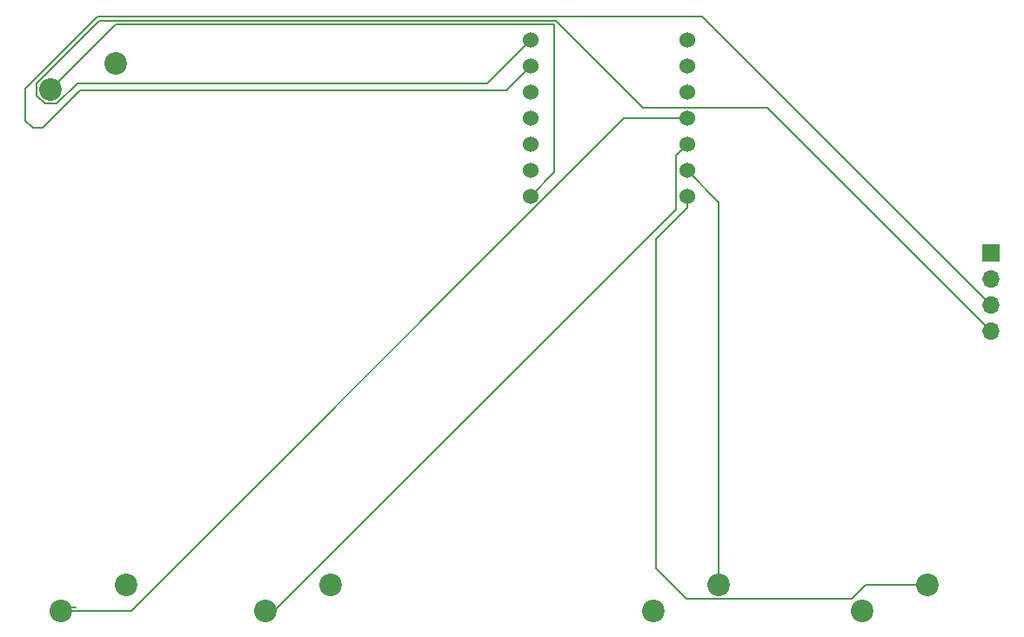
<source format=gbr>
%TF.GenerationSoftware,KiCad,Pcbnew,9.0.6*%
%TF.CreationDate,2025-12-12T19:01:35-05:00*%
%TF.ProjectId,Macropad,4d616372-6f70-4616-942e-6b696361645f,rev?*%
%TF.SameCoordinates,Original*%
%TF.FileFunction,Copper,L2,Bot*%
%TF.FilePolarity,Positive*%
%FSLAX46Y46*%
G04 Gerber Fmt 4.6, Leading zero omitted, Abs format (unit mm)*
G04 Created by KiCad (PCBNEW 9.0.6) date 2025-12-12 19:01:35*
%MOMM*%
%LPD*%
G01*
G04 APERTURE LIST*
%TA.AperFunction,ComponentPad*%
%ADD10C,2.200000*%
%TD*%
%TA.AperFunction,ComponentPad*%
%ADD11R,1.700000X1.700000*%
%TD*%
%TA.AperFunction,ComponentPad*%
%ADD12O,1.700000X1.700000*%
%TD*%
%TA.AperFunction,ComponentPad*%
%ADD13C,1.524000*%
%TD*%
%TA.AperFunction,Conductor*%
%ADD14C,0.200000*%
%TD*%
G04 APERTURE END LIST*
D10*
%TO.P,SW1,1,1*%
%TO.N,Net-(U1-GPIO3{slash}MOSI)*%
X89380000Y-128080000D03*
%TO.P,SW1,2,2*%
%TO.N,GND*%
X95730000Y-125540000D03*
%TD*%
%TO.P,SW2,1,1*%
%TO.N,Net-(U1-GPIO4{slash}MISO)*%
X109300000Y-128080000D03*
%TO.P,SW2,2,2*%
%TO.N,GND*%
X115650000Y-125540000D03*
%TD*%
D11*
%TO.P,J1,1,Pin_1*%
%TO.N,GND*%
X179900000Y-93200000D03*
D12*
%TO.P,J1,2,Pin_2*%
%TO.N,+5V*%
X179900000Y-95740000D03*
%TO.P,J1,3,Pin_3*%
%TO.N,Net-(J1-Pin_3)*%
X179900000Y-98280000D03*
%TO.P,J1,4,Pin_4*%
%TO.N,Net-(J1-Pin_4)*%
X179900000Y-100820000D03*
%TD*%
D10*
%TO.P,SW3,1,1*%
%TO.N,GND*%
X147080000Y-128080000D03*
%TO.P,SW3,2,2*%
%TO.N,Net-(U1-GPIO2{slash}SCK)*%
X153430000Y-125540000D03*
%TD*%
D13*
%TO.P,U1,1,GPIO26/ADC0/A0*%
%TO.N,Net-(J1-Pin_4)*%
X135065000Y-72515000D03*
%TO.P,U1,2,GPIO27/ADC1/A1*%
%TO.N,Net-(J1-Pin_3)*%
X135065000Y-75055000D03*
%TO.P,U1,3,GPIO28/ADC2/A2*%
%TO.N,Net-(D1-DIN)*%
X135065000Y-77595000D03*
%TO.P,U1,4,GPIO29/ADC3/A3*%
%TO.N,unconnected-(U1-GPIO29{slash}ADC3{slash}A3-Pad4)*%
X135065000Y-80135000D03*
%TO.P,U1,5,GPIO6/SDA*%
%TO.N,unconnected-(U1-GPIO6{slash}SDA-Pad5)*%
X135065000Y-82675000D03*
%TO.P,U1,6,GPIO7/SCL*%
%TO.N,unconnected-(U1-GPIO7{slash}SCL-Pad6)*%
X135065000Y-85215000D03*
%TO.P,U1,7,GPIO0/TX*%
%TO.N,Net-(U1-GPIO0{slash}TX)*%
X135065000Y-87755000D03*
%TO.P,U1,8,GPIO1/RX*%
%TO.N,Net-(U1-GPIO1{slash}RX)*%
X150305000Y-87755000D03*
%TO.P,U1,9,GPIO2/SCK*%
%TO.N,Net-(U1-GPIO2{slash}SCK)*%
X150305000Y-85215000D03*
%TO.P,U1,10,GPIO4/MISO*%
%TO.N,Net-(U1-GPIO4{slash}MISO)*%
X150305000Y-82675000D03*
%TO.P,U1,11,GPIO3/MOSI*%
%TO.N,Net-(U1-GPIO3{slash}MOSI)*%
X150305000Y-80135000D03*
%TO.P,U1,12,3V3*%
%TO.N,unconnected-(U1-3V3-Pad12)*%
X150305000Y-77595000D03*
%TO.P,U1,13,GND*%
%TO.N,GND*%
X150305000Y-75055000D03*
%TO.P,U1,14,VBUS*%
%TO.N,+5V*%
X150305000Y-72515000D03*
%TD*%
D10*
%TO.P,SW4,1,1*%
%TO.N,GND*%
X167380000Y-128080000D03*
%TO.P,SW4,2,2*%
%TO.N,Net-(U1-GPIO1{slash}RX)*%
X173730000Y-125540000D03*
%TD*%
%TO.P,SW5,1,1*%
%TO.N,GND*%
X94752500Y-74770000D03*
%TO.P,SW5,2,2*%
%TO.N,Net-(U1-GPIO0{slash}TX)*%
X88402500Y-77310000D03*
%TD*%
D14*
%TO.N,Net-(U1-GPIO3{slash}MOSI)*%
X89380000Y-128080000D02*
X96243310Y-128080000D01*
X89990000Y-127792500D02*
X90831530Y-127792500D01*
X144188310Y-80135000D02*
X150305000Y-80135000D01*
X96243310Y-128080000D02*
X144188310Y-80135000D01*
%TO.N,Net-(U1-GPIO4{slash}MISO)*%
X110141530Y-128080000D02*
X149242000Y-88979530D01*
X109300000Y-128080000D02*
X110141530Y-128080000D01*
X149242000Y-88979530D02*
X149242000Y-83738000D01*
X149242000Y-83738000D02*
X150305000Y-82675000D01*
%TO.N,Net-(U1-GPIO2{slash}SCK)*%
X153430000Y-125540000D02*
X153430000Y-88340000D01*
X153430000Y-88340000D02*
X150305000Y-85215000D01*
%TO.N,Net-(U1-GPIO1{slash}RX)*%
X147269000Y-91868630D02*
X150305000Y-88832630D01*
X166329000Y-126941000D02*
X150236184Y-126941000D01*
X150236184Y-126941000D02*
X147269000Y-123973816D01*
X147269000Y-123973816D02*
X147269000Y-91868630D01*
X150305000Y-88832630D02*
X150305000Y-87755000D01*
X167730000Y-125540000D02*
X166329000Y-126941000D01*
X173730000Y-125540000D02*
X167730000Y-125540000D01*
%TO.N,Net-(U1-GPIO0{slash}TX)*%
X88402500Y-77310000D02*
X94712500Y-71000000D01*
X94712500Y-71000000D02*
X137420000Y-71000000D01*
X137420000Y-71000000D02*
X137420000Y-85400000D01*
X137420000Y-85400000D02*
X135065000Y-87755000D01*
%TO.N,Net-(J1-Pin_4)*%
X93132186Y-70599000D02*
X87001500Y-76729686D01*
X87822186Y-78711000D02*
X88982814Y-78711000D01*
X137586100Y-70599000D02*
X93132186Y-70599000D01*
X88982814Y-78711000D02*
X90964128Y-76729686D01*
X87001500Y-77890314D02*
X87822186Y-78711000D01*
X90964128Y-76729686D02*
X130850314Y-76729686D01*
X130850314Y-76729686D02*
X135065000Y-72515000D01*
X146059100Y-79072000D02*
X137586100Y-70599000D01*
X179900000Y-100820000D02*
X158152000Y-79072000D01*
X87001500Y-76729686D02*
X87001500Y-77890314D01*
X158152000Y-79072000D02*
X146059100Y-79072000D01*
%TO.N,Net-(J1-Pin_3)*%
X92966086Y-70198000D02*
X85931500Y-77232586D01*
X85931500Y-77232586D02*
X85931500Y-80347470D01*
X85931500Y-80347470D02*
X86635030Y-81051000D01*
X132702000Y-77418000D02*
X135065000Y-75055000D01*
X86635030Y-81051000D02*
X87629970Y-81051000D01*
X179900000Y-98280000D02*
X151818000Y-70198000D01*
X87629970Y-81051000D02*
X91262970Y-77418000D01*
X151818000Y-70198000D02*
X92966086Y-70198000D01*
X91262970Y-77418000D02*
X132702000Y-77418000D01*
%TD*%
M02*

</source>
